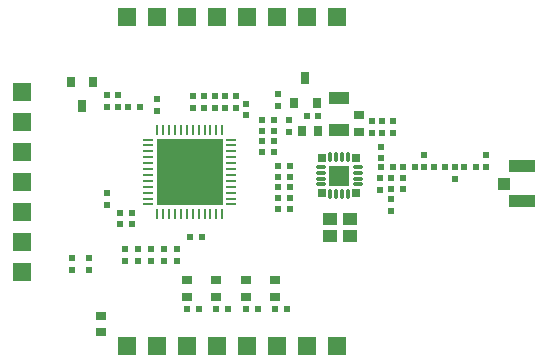
<source format=gtp>
G04 Layer_Color=8421504*
%FSLAX44Y44*%
%MOMM*%
G71*
G01*
G75*
%ADD10R,1.5000X1.5000*%
%ADD11R,1.5000X1.5000*%
%ADD12R,0.8000X0.9000*%
%ADD13R,0.6500X1.1000*%
%ADD14R,0.6500X0.9000*%
%ADD15R,0.9000X0.8000*%
%ADD16R,5.6000X5.6000*%
%ADD17O,1.0000X0.2500*%
%ADD18O,0.2500X1.0000*%
%ADD19R,0.5000X0.6000*%
%ADD20R,0.6000X0.5000*%
%ADD21R,1.2000X1.1000*%
%ADD22R,1.7000X1.1000*%
%ADD23R,0.7000X0.7000*%
%ADD24R,0.7000X0.7000*%
%ADD25R,1.7000X1.7000*%
%ADD26O,0.2750X0.9500*%
%ADD27O,0.9500X0.2750*%
%ADD28R,1.0500X1.0000*%
%ADD29R,2.2000X1.0500*%
D10*
X122000Y8300D02*
D03*
X147400D02*
D03*
X172800D02*
D03*
X198200D02*
D03*
X223600D02*
D03*
X249000D02*
D03*
X274400D02*
D03*
X96600D02*
D03*
X122000Y287300D02*
D03*
X147400D02*
D03*
X172800D02*
D03*
X198200D02*
D03*
X223600D02*
D03*
X249000D02*
D03*
X274400D02*
D03*
X96600D02*
D03*
D11*
X7900Y224000D02*
D03*
Y71600D02*
D03*
Y97000D02*
D03*
Y122400D02*
D03*
Y147800D02*
D03*
Y173200D02*
D03*
Y198600D02*
D03*
D12*
X259002Y191000D02*
D03*
X245002D02*
D03*
D13*
X248000Y235375D02*
D03*
X58750Y211649D02*
D03*
D14*
X257500Y214625D02*
D03*
X238500D02*
D03*
X49250Y232400D02*
D03*
X68250D02*
D03*
D15*
X147500Y64502D02*
D03*
Y50502D02*
D03*
X172500Y64502D02*
D03*
Y50502D02*
D03*
X197500Y64502D02*
D03*
Y50502D02*
D03*
X222500Y64502D02*
D03*
Y50502D02*
D03*
X75000Y34502D02*
D03*
Y20502D02*
D03*
X293000Y189998D02*
D03*
Y203998D02*
D03*
D16*
X150000Y156000D02*
D03*
D17*
X114750Y128500D02*
D03*
Y133500D02*
D03*
Y138500D02*
D03*
Y143500D02*
D03*
Y148500D02*
D03*
Y153500D02*
D03*
Y158500D02*
D03*
Y163500D02*
D03*
Y168500D02*
D03*
Y173500D02*
D03*
Y178500D02*
D03*
Y183500D02*
D03*
X185250D02*
D03*
Y178500D02*
D03*
Y173500D02*
D03*
Y168500D02*
D03*
Y163500D02*
D03*
Y158500D02*
D03*
Y153500D02*
D03*
Y148500D02*
D03*
Y143500D02*
D03*
Y138500D02*
D03*
Y133500D02*
D03*
Y128500D02*
D03*
D18*
X122500Y191250D02*
D03*
X127500D02*
D03*
X132500D02*
D03*
X137500D02*
D03*
X142500D02*
D03*
X147500D02*
D03*
X152500D02*
D03*
X157500D02*
D03*
X162500D02*
D03*
X167500D02*
D03*
X172500D02*
D03*
X177500D02*
D03*
Y120750D02*
D03*
X172500D02*
D03*
X167500D02*
D03*
X162500D02*
D03*
X157500D02*
D03*
X152500D02*
D03*
X147500D02*
D03*
X142500D02*
D03*
X137500D02*
D03*
X132500D02*
D03*
X127500D02*
D03*
X122500D02*
D03*
D19*
X400500Y170000D02*
D03*
Y160000D02*
D03*
X374500Y150000D02*
D03*
Y160000D02*
D03*
X348500Y170000D02*
D03*
Y160000D02*
D03*
X312000Y167500D02*
D03*
Y177500D02*
D03*
X320500Y123000D02*
D03*
Y133000D02*
D03*
X311500Y141000D02*
D03*
Y151000D02*
D03*
X122550Y217950D02*
D03*
Y207950D02*
D03*
X198000Y214000D02*
D03*
Y204000D02*
D03*
X50050Y72950D02*
D03*
Y82950D02*
D03*
X65050Y72950D02*
D03*
Y82950D02*
D03*
X304000Y199000D02*
D03*
Y189000D02*
D03*
X313000Y199000D02*
D03*
Y189000D02*
D03*
X322000Y199000D02*
D03*
Y189000D02*
D03*
X225000Y212000D02*
D03*
Y222000D02*
D03*
X80000Y221000D02*
D03*
Y211000D02*
D03*
X234000Y190000D02*
D03*
Y200000D02*
D03*
X89000Y211000D02*
D03*
Y221000D02*
D03*
X189000Y210000D02*
D03*
Y220000D02*
D03*
X171000Y220000D02*
D03*
Y210000D02*
D03*
X180000Y220000D02*
D03*
Y210000D02*
D03*
X162000Y220000D02*
D03*
Y210000D02*
D03*
X153000Y220000D02*
D03*
Y210000D02*
D03*
X106000Y91000D02*
D03*
Y81000D02*
D03*
X139000Y81000D02*
D03*
Y91000D02*
D03*
X80000Y128000D02*
D03*
Y138000D02*
D03*
X95000Y91000D02*
D03*
Y81000D02*
D03*
X128000Y91000D02*
D03*
Y81000D02*
D03*
X117250Y81000D02*
D03*
Y91000D02*
D03*
D20*
X392500Y160000D02*
D03*
X382500D02*
D03*
X366500D02*
D03*
X356500D02*
D03*
X322000D02*
D03*
X312000D02*
D03*
X340500D02*
D03*
X330500D02*
D03*
Y142000D02*
D03*
X320500D02*
D03*
X330500Y151000D02*
D03*
X320500D02*
D03*
X249000Y203000D02*
D03*
X259000D02*
D03*
X91000Y112000D02*
D03*
X101000D02*
D03*
X150000Y101000D02*
D03*
X160000D02*
D03*
X91000Y121000D02*
D03*
X101000D02*
D03*
X147500Y40000D02*
D03*
X157500D02*
D03*
X211000Y173000D02*
D03*
X221000D02*
D03*
X172500Y40000D02*
D03*
X182500D02*
D03*
X211008Y182000D02*
D03*
X221008D02*
D03*
X197500Y40000D02*
D03*
X207500D02*
D03*
X211000Y191000D02*
D03*
X221000D02*
D03*
X222500Y40000D02*
D03*
X232500D02*
D03*
X108000Y211000D02*
D03*
X98000D02*
D03*
X235000Y134000D02*
D03*
X225000D02*
D03*
X235000Y161000D02*
D03*
X225000D02*
D03*
X235000Y152000D02*
D03*
X225000D02*
D03*
X235000Y143000D02*
D03*
X225000D02*
D03*
X211000Y200000D02*
D03*
X221000D02*
D03*
X225000Y125000D02*
D03*
X235000D02*
D03*
D21*
X286000Y102000D02*
D03*
X269000D02*
D03*
Y116000D02*
D03*
X286000D02*
D03*
D22*
X276000Y218500D02*
D03*
Y191500D02*
D03*
D23*
X262000Y138500D02*
D03*
X291000Y167500D02*
D03*
D24*
X262000D02*
D03*
X291000Y138500D02*
D03*
D25*
X276500Y153000D02*
D03*
D26*
X284000Y137250D02*
D03*
X279000D02*
D03*
X274000D02*
D03*
X269000D02*
D03*
Y168750D02*
D03*
X274000D02*
D03*
X279000D02*
D03*
X284000D02*
D03*
D27*
X260750Y145500D02*
D03*
Y150500D02*
D03*
Y155500D02*
D03*
Y160500D02*
D03*
X292250D02*
D03*
Y155500D02*
D03*
Y150500D02*
D03*
Y145500D02*
D03*
D28*
X415750Y146000D02*
D03*
D29*
X431000Y131250D02*
D03*
Y160750D02*
D03*
M02*

</source>
